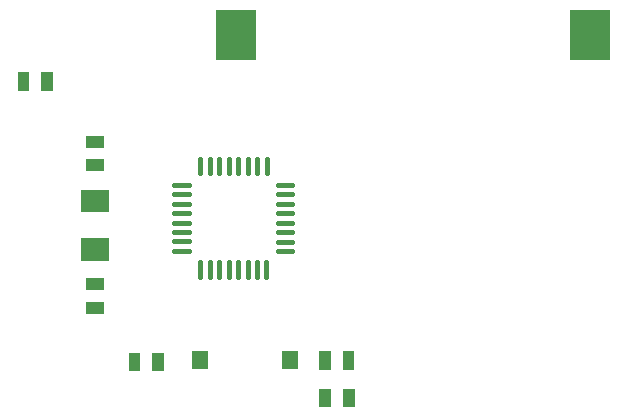
<source format=gtp>
G04 Layer: TopPasteMaskLayer*
G04 EasyEDA v6.4.7, 2020-12-24T11:11:18+08:00*
G04 a96b1d35a67042aea81d214db1df88de,0371d748834c44ad86c168cee136e782,10*
G04 Gerber Generator version 0.2*
G04 Scale: 100 percent, Rotated: No, Reflected: No *
G04 Dimensions in millimeters *
G04 leading zeros omitted , absolute positions ,3 integer and 3 decimal *
%FSLAX33Y33*%
%MOMM*%
G90*
D02*

%ADD11C,0.450012*%
%ADD13R,0.999998X1.550010*%
%ADD14R,3.499993X4.199992*%
%ADD16R,1.399997X1.499997*%
%ADD17R,1.550010X0.999998*%

%LPD*%
G54D11*
G01X30381Y27305D02*
G01X29181Y27305D01*
G01X30381Y26504D02*
G01X29181Y26504D01*
G01X30381Y25704D02*
G01X29181Y25704D01*
G01X30381Y24904D02*
G01X29181Y24904D01*
G01X30381Y24107D02*
G01X29181Y24107D01*
G01X30381Y23307D02*
G01X29181Y23307D01*
G01X30381Y22506D02*
G01X29181Y22506D01*
G01X30381Y21706D02*
G01X29181Y21706D01*
G01X28206Y20742D02*
G01X28206Y19542D01*
G01X27406Y20742D02*
G01X27406Y19542D01*
G01X26606Y20742D02*
G01X26606Y19542D01*
G01X25806Y20742D02*
G01X25806Y19542D01*
G01X25008Y20742D02*
G01X25008Y19542D01*
G01X24208Y20742D02*
G01X24208Y19542D01*
G01X23408Y20742D02*
G01X23408Y19542D01*
G01X22608Y20742D02*
G01X22608Y19542D01*
G01X21618Y21717D02*
G01X20418Y21717D01*
G01X21618Y22517D02*
G01X20418Y22517D01*
G01X21618Y23317D02*
G01X20418Y23317D01*
G01X21618Y24117D02*
G01X20418Y24117D01*
G01X21618Y24914D02*
G01X20418Y24914D01*
G01X21618Y25714D02*
G01X20418Y25714D01*
G01X21618Y26515D02*
G01X20418Y26515D01*
G01X21618Y27315D02*
G01X20418Y27315D01*
G01X22618Y29479D02*
G01X22618Y28279D01*
G01X23418Y29479D02*
G01X23418Y28279D01*
G01X24218Y29479D02*
G01X24218Y28279D01*
G01X25019Y29479D02*
G01X25019Y28279D01*
G01X25816Y29479D02*
G01X25816Y28279D01*
G01X26616Y29479D02*
G01X26616Y28279D01*
G01X27416Y29479D02*
G01X27416Y28279D01*
G01X28216Y29479D02*
G01X28216Y28279D01*
G36*
G01X16534Y13094D02*
G01X17534Y13094D01*
G01X17534Y11543D01*
G01X16534Y11543D01*
G01X16534Y13094D01*
G37*
G36*
G01X18533Y13094D02*
G01X19533Y13094D01*
G01X19533Y11543D01*
G01X18533Y11543D01*
G01X18533Y13094D01*
G37*
G36*
G01X7136Y36843D02*
G01X8136Y36843D01*
G01X8136Y35292D01*
G01X7136Y35292D01*
G01X7136Y36843D01*
G37*
G36*
G01X9135Y36843D02*
G01X10135Y36843D01*
G01X10135Y35292D01*
G01X9135Y35292D01*
G01X9135Y36843D01*
G37*
G36*
G01X32663Y13221D02*
G01X33663Y13221D01*
G01X33663Y11670D01*
G01X32663Y11670D01*
G01X32663Y13221D01*
G37*
G36*
G01X34662Y13221D02*
G01X35662Y13221D01*
G01X35662Y11670D01*
G01X34662Y11670D01*
G01X34662Y13221D01*
G37*
G54D13*
G01X33163Y9271D03*
G01X35162Y9271D03*
G54D14*
G01X55627Y40005D03*
G01X25652Y40005D03*
G36*
G01X12516Y26876D02*
G01X14915Y26876D01*
G01X14915Y24976D01*
G01X12516Y24976D01*
G01X12516Y26876D01*
G37*
G36*
G01X12516Y22775D02*
G01X14915Y22775D01*
G01X14915Y20875D01*
G01X12516Y20875D01*
G01X12516Y22775D01*
G37*
G54D16*
G01X30215Y12446D03*
G01X22616Y12446D03*
G54D17*
G01X13716Y30971D03*
G01X13716Y28972D03*
G01X13716Y16907D03*
G01X13716Y18906D03*
M00*
M02*

</source>
